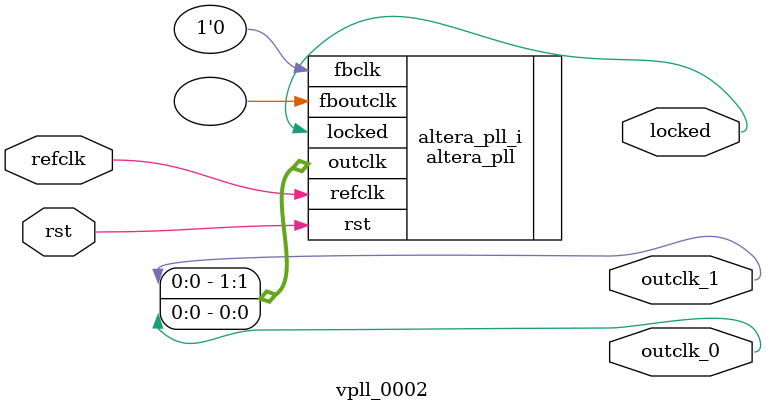
<source format=v>
`timescale 1ns/10ps
module  vpll_0002(

	// interface 'refclk'
	input wire refclk,

	// interface 'reset'
	input wire rst,

	// interface 'outclk0'
	output wire outclk_0,

	// interface 'outclk1'
	output wire outclk_1,

	// interface 'locked'
	output wire locked
);

	altera_pll #(
		.fractional_vco_multiplier("false"),
		.reference_clock_frequency("74.25 MHz"),
		.operation_mode("direct"),
		.number_of_clocks(2),
		.output_clock_frequency0("27.000000 MHz"),
		.phase_shift0("0 ps"),
		.duty_cycle0(50),
		.output_clock_frequency1("27.000000 MHz"),
		.phase_shift1("9259 ps"),
		.duty_cycle1(50),
		.output_clock_frequency2("0 MHz"),
		.phase_shift2("0 ps"),
		.duty_cycle2(50),
		.output_clock_frequency3("0 MHz"),
		.phase_shift3("0 ps"),
		.duty_cycle3(50),
		.output_clock_frequency4("0 MHz"),
		.phase_shift4("0 ps"),
		.duty_cycle4(50),
		.output_clock_frequency5("0 MHz"),
		.phase_shift5("0 ps"),
		.duty_cycle5(50),
		.output_clock_frequency6("0 MHz"),
		.phase_shift6("0 ps"),
		.duty_cycle6(50),
		.output_clock_frequency7("0 MHz"),
		.phase_shift7("0 ps"),
		.duty_cycle7(50),
		.output_clock_frequency8("0 MHz"),
		.phase_shift8("0 ps"),
		.duty_cycle8(50),
		.output_clock_frequency9("0 MHz"),
		.phase_shift9("0 ps"),
		.duty_cycle9(50),
		.output_clock_frequency10("0 MHz"),
		.phase_shift10("0 ps"),
		.duty_cycle10(50),
		.output_clock_frequency11("0 MHz"),
		.phase_shift11("0 ps"),
		.duty_cycle11(50),
		.output_clock_frequency12("0 MHz"),
		.phase_shift12("0 ps"),
		.duty_cycle12(50),
		.output_clock_frequency13("0 MHz"),
		.phase_shift13("0 ps"),
		.duty_cycle13(50),
		.output_clock_frequency14("0 MHz"),
		.phase_shift14("0 ps"),
		.duty_cycle14(50),
		.output_clock_frequency15("0 MHz"),
		.phase_shift15("0 ps"),
		.duty_cycle15(50),
		.output_clock_frequency16("0 MHz"),
		.phase_shift16("0 ps"),
		.duty_cycle16(50),
		.output_clock_frequency17("0 MHz"),
		.phase_shift17("0 ps"),
		.duty_cycle17(50),
		.pll_type("General"),
		.pll_subtype("General")
	) altera_pll_i (
		.rst	(rst),
		.outclk	({outclk_1, outclk_0}),
		.locked	(locked),
		.fboutclk	( ),
		.fbclk	(1'b0),
		.refclk	(refclk)
	);
endmodule


</source>
